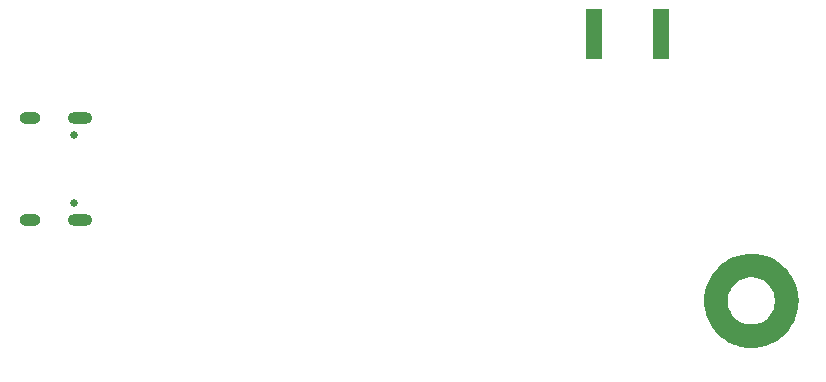
<source format=gbr>
%TF.GenerationSoftware,KiCad,Pcbnew,7.0.7*%
%TF.CreationDate,2023-08-31T19:54:11+02:00*%
%TF.ProjectId,ESPxRF,45535078-5246-42e6-9b69-6361645f7063,rev?*%
%TF.SameCoordinates,Original*%
%TF.FileFunction,Soldermask,Bot*%
%TF.FilePolarity,Negative*%
%FSLAX46Y46*%
G04 Gerber Fmt 4.6, Leading zero omitted, Abs format (unit mm)*
G04 Created by KiCad (PCBNEW 7.0.7) date 2023-08-31 19:54:11*
%MOMM*%
%LPD*%
G01*
G04 APERTURE LIST*
%ADD10C,0.650000*%
%ADD11O,2.100000X1.000000*%
%ADD12O,1.800000X1.000000*%
%ADD13R,1.350000X4.200000*%
G04 APERTURE END LIST*
D10*
%TO.C,J1*%
X92580000Y-69970000D03*
X92580000Y-75750000D03*
D11*
X93080000Y-68540000D03*
D12*
X88900000Y-68540000D03*
D11*
X93080000Y-77180000D03*
D12*
X88900000Y-77180000D03*
%TD*%
D13*
%TO.C,J2*%
X142275000Y-61388750D03*
X136625000Y-61388750D03*
%TD*%
G36*
X149953081Y-80000154D02*
G01*
X150343239Y-80019729D01*
X150349233Y-80020322D01*
X150476959Y-80039270D01*
X150735636Y-80078468D01*
X150741415Y-80079627D01*
X150892444Y-80117458D01*
X151120295Y-80175798D01*
X151125806Y-80177486D01*
X151283035Y-80233744D01*
X151493373Y-80310744D01*
X151498571Y-80312919D01*
X151655241Y-80387018D01*
X151851246Y-80481985D01*
X151856089Y-80484603D01*
X152008163Y-80575753D01*
X152190383Y-80687837D01*
X152194835Y-80690849D01*
X152339444Y-80798098D01*
X152507444Y-80926266D01*
X152511477Y-80929622D01*
X152646397Y-81051908D01*
X152799304Y-81194920D01*
X152802893Y-81198566D01*
X152926237Y-81334657D01*
X153063097Y-81491155D01*
X153066226Y-81495037D01*
X153176367Y-81643543D01*
X153296251Y-81812078D01*
X153298909Y-81816143D01*
X153394445Y-81975536D01*
X153496445Y-82154502D01*
X153498628Y-82158695D01*
X153578422Y-82327405D01*
X153661722Y-82515063D01*
X153663430Y-82519331D01*
X153726538Y-82695704D01*
X153790454Y-82890201D01*
X153791695Y-82894494D01*
X153837357Y-83076783D01*
X153881387Y-83276271D01*
X153882173Y-83280538D01*
X153909815Y-83466873D01*
X153933615Y-83669421D01*
X153933964Y-83673615D01*
X153943229Y-83862183D01*
X153946631Y-84065816D01*
X153946565Y-84069895D01*
X153937286Y-84258794D01*
X153920308Y-84461526D01*
X153919853Y-84465449D01*
X153892055Y-84652851D01*
X153854904Y-84852680D01*
X153854090Y-84856412D01*
X153807992Y-85040448D01*
X153751055Y-85235450D01*
X153749915Y-85238961D01*
X153685939Y-85417763D01*
X153609800Y-85606011D01*
X153608370Y-85609272D01*
X153527090Y-85781127D01*
X153432518Y-85960757D01*
X153430836Y-85963748D01*
X153333737Y-86125748D01*
X153332252Y-86128104D01*
X153220951Y-86296191D01*
X153219055Y-86298896D01*
X153106527Y-86450622D01*
X153104737Y-86452921D01*
X152977187Y-86609007D01*
X152975116Y-86611412D01*
X152848217Y-86751423D01*
X152846118Y-86753627D01*
X152703627Y-86896118D01*
X152701423Y-86898217D01*
X152561412Y-87025116D01*
X152559007Y-87027187D01*
X152402921Y-87154737D01*
X152400622Y-87156527D01*
X152248896Y-87269055D01*
X152246191Y-87270951D01*
X152078104Y-87382252D01*
X152075748Y-87383737D01*
X151913748Y-87480836D01*
X151910757Y-87482518D01*
X151731127Y-87577090D01*
X151559272Y-87658370D01*
X151556011Y-87659800D01*
X151367763Y-87735939D01*
X151188961Y-87799915D01*
X151185450Y-87801055D01*
X150990448Y-87857992D01*
X150806412Y-87904090D01*
X150802680Y-87904904D01*
X150602851Y-87942055D01*
X150415449Y-87969853D01*
X150411526Y-87970308D01*
X150208794Y-87987286D01*
X150019895Y-87996565D01*
X150015816Y-87996631D01*
X149812183Y-87993229D01*
X149623615Y-87983964D01*
X149619421Y-87983615D01*
X149416873Y-87959815D01*
X149230538Y-87932173D01*
X149226271Y-87931387D01*
X149026783Y-87887357D01*
X148844494Y-87841695D01*
X148840201Y-87840454D01*
X148645704Y-87776538D01*
X148469331Y-87713430D01*
X148465063Y-87711722D01*
X148277405Y-87628422D01*
X148108695Y-87548628D01*
X148104502Y-87546445D01*
X147925536Y-87444445D01*
X147766143Y-87348909D01*
X147762078Y-87346251D01*
X147593543Y-87226367D01*
X147445037Y-87116226D01*
X147441155Y-87113097D01*
X147284657Y-86976237D01*
X147148566Y-86852893D01*
X147144920Y-86849304D01*
X147001908Y-86696397D01*
X146879622Y-86561477D01*
X146876266Y-86557444D01*
X146748098Y-86389444D01*
X146640849Y-86244835D01*
X146637837Y-86240383D01*
X146525753Y-86058163D01*
X146434603Y-85906089D01*
X146431985Y-85901246D01*
X146337018Y-85705241D01*
X146262919Y-85548571D01*
X146260744Y-85543373D01*
X146183744Y-85333035D01*
X146127486Y-85175806D01*
X146125798Y-85170295D01*
X146067458Y-84942444D01*
X146029627Y-84791415D01*
X146028468Y-84785636D01*
X145989270Y-84526959D01*
X145970322Y-84399233D01*
X145969729Y-84393239D01*
X145957167Y-84142859D01*
X147952548Y-84142859D01*
X147993209Y-84425669D01*
X147993211Y-84425679D01*
X148073708Y-84699826D01*
X148192393Y-84959710D01*
X148192402Y-84959726D01*
X148346872Y-85200085D01*
X148346878Y-85200092D01*
X148533978Y-85416019D01*
X148533980Y-85416021D01*
X148749907Y-85603121D01*
X148749914Y-85603127D01*
X148990273Y-85757597D01*
X148990289Y-85757606D01*
X149250173Y-85876291D01*
X149524320Y-85956788D01*
X149524330Y-85956790D01*
X149807140Y-85997451D01*
X149807142Y-85997452D01*
X150092858Y-85997452D01*
X150092859Y-85997451D01*
X150375669Y-85956790D01*
X150375679Y-85956788D01*
X150649826Y-85876291D01*
X150909710Y-85757606D01*
X150909726Y-85757597D01*
X151150085Y-85603127D01*
X151150092Y-85603121D01*
X151366019Y-85416021D01*
X151366021Y-85416019D01*
X151553121Y-85200092D01*
X151553127Y-85200085D01*
X151707597Y-84959726D01*
X151707606Y-84959710D01*
X151826291Y-84699826D01*
X151906788Y-84425679D01*
X151906790Y-84425669D01*
X151947452Y-84142857D01*
X151947452Y-84142855D01*
X151950000Y-84000000D01*
X151947452Y-83857144D01*
X151947452Y-83857142D01*
X151906790Y-83574330D01*
X151906788Y-83574320D01*
X151826291Y-83300173D01*
X151707606Y-83040289D01*
X151707597Y-83040273D01*
X151553127Y-82799914D01*
X151553121Y-82799907D01*
X151366021Y-82583980D01*
X151366019Y-82583978D01*
X151150092Y-82396878D01*
X151150085Y-82396872D01*
X150909726Y-82242402D01*
X150909710Y-82242393D01*
X150649826Y-82123708D01*
X150375679Y-82043211D01*
X150375669Y-82043209D01*
X150092859Y-82002548D01*
X149807140Y-82002548D01*
X149524330Y-82043209D01*
X149524320Y-82043211D01*
X149250173Y-82123708D01*
X148990289Y-82242393D01*
X148990273Y-82242402D01*
X148749914Y-82396872D01*
X148749907Y-82396878D01*
X148533980Y-82583978D01*
X148533978Y-82583980D01*
X148346878Y-82799907D01*
X148346872Y-82799914D01*
X148192402Y-83040273D01*
X148192393Y-83040289D01*
X148073708Y-83300173D01*
X147993211Y-83574320D01*
X147993209Y-83574330D01*
X147952548Y-83857140D01*
X147952548Y-84142859D01*
X145957167Y-84142859D01*
X145950154Y-84003081D01*
X145950150Y-83996928D01*
X145969112Y-83610973D01*
X145969708Y-83604914D01*
X146026412Y-83222654D01*
X146027599Y-83216683D01*
X146121500Y-82841809D01*
X146123267Y-82835983D01*
X146253451Y-82472144D01*
X146255781Y-82466519D01*
X146421014Y-82117162D01*
X146423884Y-82111793D01*
X146622552Y-81780337D01*
X146625934Y-81775275D01*
X146856146Y-81464870D01*
X146860008Y-81460164D01*
X147119525Y-81173830D01*
X147123830Y-81169525D01*
X147410164Y-80910008D01*
X147414870Y-80906146D01*
X147725275Y-80675934D01*
X147730337Y-80672552D01*
X148061793Y-80473884D01*
X148067162Y-80471014D01*
X148416519Y-80305781D01*
X148422144Y-80303451D01*
X148785983Y-80173267D01*
X148791809Y-80171500D01*
X149166683Y-80077599D01*
X149172654Y-80076412D01*
X149554914Y-80019708D01*
X149560973Y-80019112D01*
X149946928Y-80000150D01*
X149953081Y-80000154D01*
G37*
M02*

</source>
